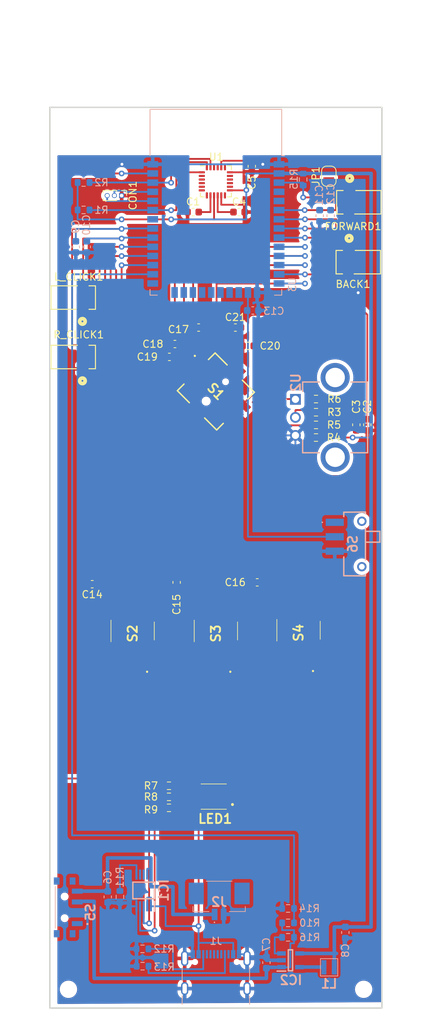
<source format=kicad_pcb>
(kicad_pcb (version 20221018) (generator pcbnew)
  (layers (0 "F.Cu" signal) (31 "B.Cu" signal) (34 "B.Paste" user) (35 "F.Paste" user) (36 "B.SilkS" user "B.Silkscreen") (37 "F.SilkS" user "F.Silkscreen") (38 "B.Mask" user) (39 "F.Mask" user) (44 "Edge.Cuts" user))
  (net 0 "")
  (net 1 "GND")
  (net 2 "Net-(U1-VLOGIC)")
  (net 3 "/VOL-SIG-A")
  (net 4 "/VOL-SIG-B")
  (net 5 "Net-(U1-REGOUT)")
  (net 6 "Net-(U1-CPOUT)")
  (net 7 "+BATT")
  (net 8 "+3V3")
  (net 9 "Net-(R3-Pad2)")
  (net 10 "Net-(R4-Pad2)")
  (net 11 "/STAT1")
  (net 12 "/STAT2")
  (net 13 "Net-(IC1-PROG)")
  (net 14 "Net-(J1-CC1)")
  (net 18 "Net-(J1-CC2)")
  (net 24 "Net-(JP1-A)")
  (net 25 "/STAT_LED")
  (net 26 "Net-(LED1-R_-)")
  (net 27 "/VBUS")
  (net 28 "Net-(LED1-G_-)")
  (net 29 "Net-(LED1-B_-)")
  (net 30 "/SDA")
  (net 31 "/SCL")
  (net 32 "/BAT_LEVEL")
  (net 33 "/SCRL_UP")
  (net 34 "/CLICK_MID")
  (net 35 "/SCRL_LEFT")
  (net 36 "/SCRL_RIGHT")
  (net 37 "/SCRL_DOWN")
  (net 40 "/PLAY{slash}PAUSE")
  (net 41 "/PREVIOUS")
  (net 42 "/NEXT")
  (net 49 "/MUTE")
  (net 52 "/RIGHTCLICK")
  (net 53 "/LEFTCLICK")
  (net 54 "/FORWARD")
  (net 55 "/BACK")
  (net 70 "/VIN")
  (net 73 "Net-(IC2-EN)")
  (net 74 "Net-(IC2-SW)")
  (net 89 "unconnected-(U3-RXD0{slash}IO3-Pad34)")
  (net 90 "unconnected-(U3-TXD0{slash}IO1-Pad35)")
  (footprint "Capacitor_SMD:C_0603_1608Metric" (layer "F.Cu") (at 140.97 82.55 180)
    (fp_text reference "C20")
    (fp_text value "0.1uF")
  )
  (footprint "Resistor_SMD:R_0603_1608Metric" (layer "F.Cu") (at 130 143.5)
    (fp_text reference "R7")
    (fp_text value "1.2k")
  )
  (footprint "Omron:D3SH-_0L1" (layer "F.Cu") (at 116.743265 84.092405 90)
    (fp_text reference "R_CLICK1")
    (fp_text value "D3SH-A0L1")
  )
  (footprint "Sensor_Motion:InvenSense_QFN-24_4x4mm_P0.5mm" (layer "F.Cu") (at 136.5 59.75)
    (fp_text reference "U1")
    (fp_text value "MPU-6050")
  )
  (footprint "Capacitor_SMD:C_0603_1608Metric" (layer "F.Cu") (at 133.35 64.008)
    (fp_text reference "C1")
    (fp_text value "10nF")
  )
  (footprint "Capacitor_SMD:C_0603_1608Metric" (layer "F.Cu") (at 131.064 115.316 -90)
    (fp_text reference "C15")
    (fp_text value "0.1uF")
  )
  (footprint "Capacitor_SMD:C_0603_1608Metric" (layer "F.Cu") (at 142.227 115.316)
    (fp_text reference "C16")
    (fp_text value "0.1uF")
  )
  (footprint "Resistor_SMD:R_0603_1608Metric" (layer "F.Cu") (at 130 145.034)
    (fp_text reference "R8")
    (fp_text value "1.2k")
  )
  (footprint "Capacitor_SMD:C_0603_1608Metric" (layer "F.Cu") (at 157.48 93.485 -90)
    (fp_text reference "C2")
    (fp_text value "0.1uF")
  )
  (footprint "Capacitor_SMD:C_0603_1608Metric" (layer "F.Cu") (at 141.478 57.658 -90)
    (fp_text reference "C5")
    (fp_text value "2.2nF")
  )
  (footprint "Omron:D3SH-_0R1" (layer "F.Cu") (at 156.224999 70.949997 -90)
    (fp_text reference "BACK1")
    (fp_text value "D3SH-A0R1")
  )
  (footprint "Omron:D3SH-_0L1" (layer "F.Cu") (at 156.299999 62.649999 -90)
    (fp_text reference "FORWARD1")
    (fp_text value "D3SH-A0L1")
  )
  (footprint "Omron:D3SH-_0R1" (layer "F.Cu") (at 116.743265 75.85443 90)
    (fp_text reference "L_CLICK1")
    (fp_text value "D3SH-A0R1")
  )
  (footprint "Capacitor_SMD:C_0603_1608Metric" (layer "F.Cu") (at 155.956 93.485 -90)
    (fp_text reference "C3")
    (fp_text value "0.1uF")
  )
  (footprint "Resistor_SMD:R_0603_1608Metric" (layer "F.Cu") (at 150.368 95.25 180)
    (fp_text reference "R4")
    (fp_text value "10k")
  )
  (footprint "Connector_PinHeader_1.00mm:PinHeader_1x03_P1.00mm_Vertical" (layer "F.Cu") (at 123.444 61.722 -90)
    (fp_text reference "CON1")
    (fp_text value "PinHeader_1x03_P1.00mm_Vertical")
  )
  (footprint "Resistor_SMD:R_0603_1608Metric" (layer "F.Cu") (at 150.368 93.500222 180)
    (fp_text reference "R5")
    (fp_text value "10k")
  )
  (footprint "Resistor_SMD:R_0603_1608Metric" (layer "F.Cu") (at 130 146.558)
    (fp_text reference "R9")
    (fp_text value "55")
  )
  (footprint "SamacSys_Parts:150353M153300" (layer "F.Cu") (at 136.67 145 180)
    (fp_text reference "LED1")
    (fp_text value "150353M153300" hide)
  )
  (footprint "Capacitor_SMD:C_0603_1608Metric" (layer "F.Cu") (at 130.061 84.074 180)
    (fp_text reference "C19")
    (fp_text value "0.1uF")
  )
  (footprint "Capacitor_SMD:C_0603_1608Metric" (layer "F.Cu") (at 139.205 80.01)
    (fp_text reference "C21")
    (fp_text value "0.1uF")
  )
  (footprint "Capacitor_SMD:C_0603_1608Metric" (layer "F.Cu") (at 139.713 64.008)
    (fp_text reference "C4")
    (fp_text value "0.1uF")
  )
  (footprint "MountingHole:MountingHole_2.2mm_M2" (layer "F.Cu") (at 116.078 52.07)
    (fp_text reference "H1" hide)
    (fp_text value "MountingHole_2.2mm_M2")
  )
  (footprint "SamacSys_Parts:EVQP0N02B" (layer "F.Cu") (at 124.968 122.05 90)
    (fp_text reference "S2")
    (fp_text value "EVQ-P0N02B" hide)
  )
  (footprint "Capacitor_SMD:C_0603_1608Metric" (layer "F.Cu") (at 130.823 82.296 180)
    (fp_text reference "C18")
    (fp_text value "0.1uF")
  )
  (footprint "SamacSys_Parts:EVQP0N02B" (layer "F.Cu") (at 136.5 122.05 90)
    (fp_text reference "S3")
    (fp_text value "EVQ-P0N02B" hide)
  )
  (footprint "Resistor_SMD:R_0603_1608Metric" (layer "F.Cu") (at 150.368 89.916 180)
    (fp_text reference "R6")
    (fp_text value "10k")
  )
  (footprint "Resistor_SMD:R_0603_1608Metric" (layer "F.Cu") (at 150.368 91.742381 180)
    (fp_text reference "R3")
    (fp_text value "10k")
  )
  (footprint "SamacSys_Parts:JS1400BFQ" (layer "F.Cu") (at 136.5 88.865573 -45)
    (fp_text reference "S1")
    (fp_text value "JS1400BFQ" hide)
  )
  (footprint "Capacitor_SMD:C_0603_1608Metric" (layer "F.Cu") (at 134.112 80.01)
    (fp_text reference "C17")
    (fp_text value "0.1uF")
  )
  (footprint "Jumper:SolderJumper-2_P1.3mm_Open_RoundedPad1.0x1.5mm" (layer "F.Cu") (at 152.146 59.04 90)
    (fp_text reference "JP1")
    (fp_text value "SolderJumper_2_Open")
  )
  (footprint "MountingHole:MountingHole_2.2mm_M2" (layer "F.Cu") (at 156.972 52.07)
    (fp_text reference "H2" hide)
    (fp_text value "MountingHole_2.2mm_M2")
  )
  (footprint "MountingHole:MountingHole_2.2mm_M2" (layer "F.Cu") (at 156.972 171.704)
    (fp_text reference "H3" hide)
    (fp_text value "MountingHole_2.2mm_M2")
  )
  (footprint "Capacitor_SMD:C_0603_1608Metric" (layer "F.Cu") (at 119.367 115.57 180)
    (fp_text reference "C14")
    (fp_text value "0.1uF")
  )
  (footprint "MountingHole:MountingHole_2.2mm_M2" (layer "F.Cu") (at 116.078 171.704)
    (fp_text reference "H4" hide)
    (fp_text value "MountingHole_2.2mm_M2")
  )
  (footprint "SamacSys_Parts:EVQP0N02B" (layer "F.Cu") (at 147.95 121.95 90)
    (fp_text reference "S4")
    (fp_text value "EVQ-P0N02B" hide)
  )
  (footprint "Resistor_SMD:R_0603_1608Metric" (layer "B.Cu") (at 118.171426 63.714276)
    (fp_text reference "R1")
    (fp_text value "10k")
  )
  (footprint "Capacitor_SMD:C_0603_1608Metric" (layer "B.Cu") (at 121.518814 158.899302 90)
    (fp_text reference "C6")
    (fp_text value "10uF")
  )
  (footprint "RF_Module:ESP32-WROOM-32D" (layer "B.Cu") (at 136.5 65.64002 180)
    (fp_text reference "U3")
    (fp_text value "ESP32-WROOM-32" hide)
  )
  (footprint "Capacitor_SMD:C_0603_1608Metric" (layer "B.Cu") (at 118.618 68.834 -90)
    (fp_text reference "C10")
    (fp_text value "0.1uF")
  )
  (footprint "Resistor_SMD:R_0603_1608Metric" (layer "B.Cu") (at 123.208814 158.899302 -90)
    (fp_text reference "R11")
    (fp_text value "1.2k")
  )
  (footprint "Resistor_SMD:R_0603_1608Metric" (layer "B.Cu") (at 126.345223 168.499256)
    (fp_text reference "R13")
    (fp_text value "5.1k")
  )
  (footprint "SamacSys_Parts:PCM12SMTR" (layer "B.Cu") (at 115.55 160.35 90)
    (fp_text reference "S5")
    (fp_text value "PCM12SMTR" hide)
  )
  (footprint "Capacitor_SMD:C_0603_1608Metric" (layer "B.Cu") (at 117.094 68.834 -90)
    (fp_text reference "C9")
    (fp_text value "0.1uF")
  )
  (footprint "SamacSys_Parts:532610271" (layer "B.Cu") (at 136.95 159.025 180)
    (fp_text reference "J2")
    (fp_text value "53261-0271" hide)
  )
  (footprint "Capacitor_SMD:C_0603_1608Metric" (layer "B.Cu") (at 150.876 64.516 -90)
    (fp_text reference "C11")
    (fp_text value "0.1uF")
  )
  (footprint "SamacSys_Parts:SOP50P490X110-10N" (layer "B.Cu") (at 126.5 158 90)
    (fp_text reference "IC1")
    (fp_text value "MCP73833" hide)
  )
  (footprint "Resistor_SMD:R_0603_1608Metric" (layer "B.Cu") (at 146.5 162.5)
    (fp_text reference "R10")
    (fp_text value "1.2k")
  )
  (footprint "Resistor_SMD:R_0603_1608Metric" (layer "B.Cu") (at 148.59 59.5 -90)
    (fp_text reference "R15")
    (fp_text value "10k")
  )
  (footprint "Capacitor_SMD:C_0603_1608Metric" (layer "B.Cu") (at 154.432 163.83 -90)
    (fp_text reference "C8")
    (fp_text value "10uF")
  )
  (footprint "Capacitor_SMD:C_0603_1608Metric" (layer "B.Cu") (at 152.4 64.516 -90)
    (fp_text reference "C12")
    (fp_text value "0.1uF")
  )
  (footprint "SamacSys_Parts:SOT95P280X145-5N" (layer "B.Cu") (at 146.832 167.680029)
    (fp_text reference "IC2")
    (fp_text value "LM3671MF" hide)
  )
  (footprint "Resistor_SMD:R_0603_1608Metric" (layer "B.Cu") (at 146.5 160.5 180)
    (fp_text reference "R14")
    (fp_text value "1.2k")
  )
  (footprint "Resistor_SMD:R_0603_1608Metric" (layer "B.Cu") (at 126.330397 166.099256)
    (fp_text reference "R12")
    (fp_text value "5.1k")
  )
  (footprint "Resistor_SMD:R_0603_1608Metric" (layer "B.Cu") (at 146.5 164.5 180)
    (fp_text reference "R16")
    (fp_text value "100k")
  )
  (footprint "Connector_USB:USB_C_Receptacle_GCT_USB4105-xx-A_16P_TopMnt_Horizontal" (layer "B.Cu") (at 136.5 170.525 180)
    (fp_text reference "J1")
    (fp_text value "USB_C_Receptacle_USB2.0")
  )
  (footprint "SamacSys_Parts:NRH2412T2R2MNGH" (layer "B.Cu") (at 152.183 168.656)
    (fp_text reference "L1")
    (fp_text value "2.2uF" hide)
  )
  (footprint "SamacSys_Parts:EN10HT1212N5HH3" (layer "B.Cu") (at 147.521 89.956 -90)
    (fp_text reference "U2")
    (fp_text value "EN10HT1212N5HH3" hide)
  )
  (footprint "SamacSys_Parts:CSS1211TB" (layer "B.Cu") (at 156.093 109.998 -90)
    (fp_text reference "S6")
    (fp_text value "CSS-1211TB" hide)
  )
  (footprint "Capacitor_SMD:C_0603_1608Metric" (layer "B.Cu") (at 141.609987 77.643045)
    (fp_text reference "C13")
    (fp_text value "0.1uF")
  )
  (footprint "Resistor_SMD:R_0603_1608Metric" (layer "B.Cu") (at 118.171426 59.913479)
    (fp_text reference "R2")
    (fp_text value "10k")
  )
  (footprint "Capacitor_SMD:C_0603_1608Metric" (layer "B.Cu") (at 143.5 168 90)
    (fp_text reference "C7")
    (fp_text value "4.7uF")
  )
  (gr_rect (start 113.5 49.5) (end 159.5 174.3) (stroke (width 0.2)) (fill none) (layer "Edge.Cuts"))
  (segment (start 132.172684 171.592684) (end 132.18 171.6) (width 0.25) (layer "F.Cu") (net 1))
  (segment (start 156.21 64.299998) (end 154.925 64.299998) (width 0.25) (layer "F.Cu") (net 1))
  (segment (start 151.384 116) (end 151.384 127.762) (width 0.25) (layer "F.Cu") (net 1))
  (segment (start 145.95 127.762) (end 145.95 125.35) (width 0.25) (layer "F.Cu") (net 1))
  (segment (start 129.286 84.074) (end 129.286 82.296) (width 0.25) (layer "F.Cu") (net 1))
  (segment (start 145.95 116) (end 151.384 116) (width 0.25) (layer "F.Cu") (net 1))
  (segment (start 154.925 69.299998) (end 156.167998 69.299998) (width 0.25) (layer "F.Cu") (net 1))
  (segment (start 118.592 115.57) (end 118.02656 115.57) (width 0.25) (layer "F.Cu") (net 1))
  (segment (start 140.82 127.762) (end 145.95 127.762) (width 0.25) (layer "F.Cu") (net 1))
  (segment (start 131.064 116.091) (end 131.075111 116.102111) (width 0.25) (layer "F.Cu") (net 1))
  (segment (start 145.95 115.316) (end 145.95 101.854) (width 0.25) (layer "F.Cu") (net 1))
  (segment (start 156.167998 69.299998) (end 156.21 69.342) (width 0.25) (layer "F.Cu") (net 1))
  (segment (start 132.172684 167.427316) (end 132.172684 171.592684) (width 0.25) (layer "F.Cu") (net 1))
  (segment (start 155.956 93.993) (end 157.48 93.993) (width 0.25) (layer "F.Cu") (net 1))
  (segment (start 139.328427 91.694) (end 140.208 92.573573) (width 0.25) (layer "F.Cu") (net 1))
  (segment (start 139.328427 91.694) (end 137.044 89.409573) (width 0.25) (layer "F.Cu") (net 1))
  (segment (start 124.714 61.722) (end 123.444 61.722) (width 0.25) (layer "F.Cu") (net 1))
  (segment (start 132.18 171.6) (end 140.82 171.6) (width 0.25) (layer "F.Cu") (net 1))
  (segment (start 136.250753 65.024) (end 136.250753 61.700753) (width 0.25) (layer "F.Cu") (net 1))
  (segment (start 143.002 58.5) (end 138.45 58.5) (width 0.25) (layer "F.Cu") (net 1))
  (segment (start 129.286 82.296) (end 130.048 82.296) (width 0.25) (layer "F.Cu") (net 1))
  (segment (start 136.144 80.01) (end 136.144 94.956) (width 0.25) (layer "F.Cu") (net 1))
  (segment (start 137.044 82.55) (end 140.195 82.55) (width 0.25) (layer "F.Cu") (net 1))
  (segment (start 129.286 84.074) (end 129.286 94.952886) (width 0.25) (layer "F.Cu") (net 1))
  (segment (start 132.137 154.067) (end 132.18 154.11) (width 0.25) (layer "F.Cu") (net 1))
  (segment (start 156.21 58.674) (end 156.21 64.299998) (width 0.25) (layer "F.Cu") (net 1))
  (segment (start 134.500021 127.734732) (end 134.5 127.734711) (width 0.25) (layer "F.Cu") (net 1))
  (segment (start 140.82 127.762) (end 140.82 171.6) (width 0.25) (layer "F.Cu") (net 1))
  (segment (start 137.25 62.992) (end 143.002 62.992) (width 0.25) (layer "F.Cu") (net 1))
  (segment (start 157.48 100.584) (end 147.574 100.584) (width 0.25) (layer "F.Cu") (net 1))
  (segment (start 143.002 65.024) (end 136.250753 65.024) (width 0.25) (layer "F.Cu") (net 1))
  (segment (start 134.5 127.734711) (end 134.5 118.65) (width 0.25) (layer "F.Cu") (net 1))
  (segment (start 136.140886 94.952886) (end 136.144 94.956) (width 0.25) (layer "F.Cu") (net 1))
  (segment (start 129.175 146.558) (end 129.175 154.067) (width 0.25) (layer "F.Cu") (net 1))
  (segment (start 156.21 69.342) (end 156.21 75.184) (width 0.25) (layer "F.Cu") (net 1))
  (segment (start 118.02656 115.57) (end 118.02656 118.364) (width 0.25) (layer "F.Cu") (net 1))
  (segment (start 134.5 116.107127) (end 134.5 118.65) (width 0.25) (layer "F.Cu") (net 1))
  (segment (start 134.494984 116.102111) (end 134.5 116.107127) (width 0.25) (layer "F.Cu") (net 1))
  (segment (start 134.887 80.01) (end 136.144 80.01) (width 0.25) (layer "F.Cu") (net 1))
  (segment (start 131.075111 116.102111) (end 134.494984 116.102111) (width 0.25) (layer "F.Cu") (net 1))
  (segment (start 143.002 115.316) (end 145.95 115.316) (width 0.25) (layer "F.Cu") (net 1))
  (segment (start 119.38 85.742404) (end 118.043264 85.742404) (width 0.25) (layer "F.Cu") (net 1))
  (segment (start 145.95 118.55) (end 145.95 116) (width 0.25) (layer "F.Cu") (net 1))
  (segment (start 132.575 65.024) (end 136.250753 65.024) (width 0.25) (layer "F.Cu") (net 1))
  (segment (start 147.574 100.584) (end 147.521 100.531) (width 0.25) (layer "F.Cu") (net 1))
  (segment (start 136.144 94.956) (end 140.208 94.956) (width 0.25) (layer "F.Cu") (net 1))
  (segment (start 122.936 127.762) (end 140.82 127.762) (width 0.25) (layer "F.Cu") (net 1))
  (segment (start 152.43 58.674) (end 156.21 58.674) (width 0.25) (layer "F.Cu") (net 1))
  (segment (start 118.043264 85.742404) (end 118.02656 85.759108) (width 0.25) (layer "F.Cu") (net 1))
  (segment (start 119.38 77.504429) (end 119.38 85.742404) (width 0.25) (layer "F.Cu") (net 1))
  (segment (start 145.95 127.762) (end 151.384 127.762) (width 0.25) (layer "F.Cu") (net 1))
  (segment (start 137.044 89.409573) (end 137.044 82.55) (width 0.25) (layer "F.Cu") (net 1))
  (segment (start 140.82 171.6) (end 140.82 167.42) (width 0.25) (layer "F.Cu") (net 1))
  (segment (start 137.25 61.7) (end 137.25 62.992) (width 0.25) (layer "F.Cu") (net 1))
  (segment (start 129.286 94.952886) (end 136.140886 94.952886) (width 0.25) (layer "F.Cu") (net 1))
  (segment (start 122.936 118.364) (end 122.936 127.762) (width 0.25) (layer "F.Cu") (net 1))
  (segment (start 145.95 101.854) (end 145.95 94.956) (width 0.25) (layer "F.Cu") (net 1))
  (segment (start 132.18 167.42) (end 132.172684 167.427316) (width 0.25) (layer "F.Cu") (net 1))
  (segment (start 140.208 94.956) (end 147.521 94.956) (width 0.25) (layer "F.Cu") (net 1))
  (segment (start 118.043264 77.504429) (end 119.38 77.504429) (width 0.25) (layer "F.Cu") (net 1))
  (segment (start 145.95 118.55) (end 145.95 115.316) (width 0.25) (layer "F.Cu") (net 1))
  (segment (start 136.250753 61.700753) (end 136.25 61.7) (width 0.25) (layer "F.Cu") (net 1))
  (segment (start 123.489537 57.384912) (end 124.714 57.384912) (width 0.25) (layer "F.Cu") (net 1))
  (segment (start 143.002 58.5) (end 143.002 65.024) (width 0.25) (layer "F.Cu") (net 1))
  (segment (start 129.175 154.067) (end 132.137 154.067) (width 0.25) (layer "F.Cu") (net 1))
  (segment (start 143.002 57.39002) (end 143.002 58.5) (width 0.25) (layer "F.Cu") (net 1))
  (segment (start 157.48 93.993) (end 157.48 100.584) (width 0.25) (layer "F.Cu") (net 1))
  (segment (start 132.575 58.5) (end 132.575 65.024) (width 0.25) (layer "F.Cu") (net 1))
  (segment (start 152.146 58.39) (end 152.43 58.674) (width 0.25) (layer "F.Cu") (net 1))
  (segment (start 134.509315 58.5) (end 132.575 58.5) (width 0.25) (layer "F.Cu") (net 1))
  (segment (start 132.18 154.11) (end 132.18 167.42) (width 0.25) (layer "F.Cu") (net 1))
  (segment (start 139.98 80.01) (end 139.98 82.335) (width 0.25) (layer "F.Cu") (net 1))
  (segment (start 140.488 64.008) (end 143.002 64.008) (width 0.25) (layer "F.Cu") (net 1))
  (segment (start 118.02656 118.364) (end 122.936 118.364) (width 0.25) (layer "F.Cu") (net 1))
  (segment (start 154.925 69.299998) (end 154.925 64.299998) (width 0.25) (layer "F.Cu") (net 1))
  (segment (start 140.208 92.573573) (end 140.208 94.956) (width 0.25) (layer "F.Cu") (net 1))
  (segment (start 139.98 82.335) (end 140.195 82.55) (width 0.25) (layer "F.Cu") (net 1))
  (segment (start 143.01598 57.404) (end 152.146 57.404) (width 0.25) (layer "F.Cu") (net 1))
  (segment (start 152.146 57.404) (end 152.146 58.39) (width 0.25) (layer "F.Cu") (net 1))
  (segment (start 145.95 94.956) (end 147.521 94.956) (width 0.25) (layer "F.Cu") (net 1))
  (segment (start 147.521 100.531) (end 147.521 94.956) (width 0.25) (layer "F.Cu") (net 1))
  (segment (start 118.02656 85.759108) (end 118.02656 115.57) (width 0.25) (layer "F.Cu") (net 1))
  (segment (start 124.714 57.384912) (end 124.714 61.722) (width 0.25) (layer "F.Cu") (net 1))
  (via (at 156.21 75.184) (size 0.8) (drill 0.4) (layers "F.Cu" "B.Cu") (net 1))
  (via (at 123.489537 57.384912) (size 0.8) (drill 0.4) (layers "F.Cu" "B.Cu") (net 1))
  (via (at 143.002 57.39002) (size 0.8) (drill 0.4) (layers "F.Cu" "B.Cu") (net 1))
  (segment (start 137.575 161.325) (end 137.61 161.29) (width 0.5) (layer "B.Cu") (net 1))
  (segment (start 145.675 160.5) (end 143.5 160.5) (width 0.25) (layer "B.Cu") (net 1))
  (segment (start 123.207178 159.258) (end 125.5 159.258) (width 0.25) (layer "B.Cu") (net 1))
  (segment (start 121.518814 159.674302) (end 121.518814 159.258439) (width 0.25) (layer "B.Cu") (net 1))
  (segment (start 152.968 110.998) (end 155.194 110.998) (width 0.25) (layer "B.Cu") (net 1))
  (segment (start 148.667265 75.184) (end 156.21 75.184) (width 0.25) (layer "B.Cu") (net 1))
  (segment (start 142.242328 77.643045) (end 142.24 77.640717) (width 0.25) (layer "B.Cu") (net 1))
  (segment (start 125.520223 166.114082) (end 125.505397 166.099256) (width 0.25) (layer "B.Cu") (net 1))
  (segment (start 155.194 105.41) (end 147.521 105.41) (width 0.25) (layer "B.Cu") (net 1))
  (segment (start 123.489537 57.384912) (end 123.470449 57.404) (width 0.25) (layer "B.Cu") (net 1))
  (segment (start 123.494645 57.39002) (end 127.75 57.39002) (width 0.25) (layer "B.Cu") (net 1))
  (segment (start 142.24 75.18002) (end 142.21 75.15002) (width 0.25) (layer "B.Cu") (net 1))
  (segment (start 125.5 166.104653) (end 125.505397 166.099256) (width 0.25) (layer "B.Cu") (net 1))
  (segment (start 155.194 110.998) (end 155.194 105.41) (width 0.25) (layer "B.Cu") (net 1))
  (segment (start 141.015 167.225) (end 140.82 167.42) (width 0.5) (layer "B.Cu") (net 1))
  (segment (start 125.5 160.2) (end 125.5 166.104653) (width 0.25) (layer "B.Cu") (net 1))
  (segment (start 147.521 105.41) (end 147.521 94.956) (width 0.25) (layer "B.Cu") (net 1))
  (segment (start 133.3 165.1) (end 133.3 166.845) (width 0.25) (layer "B.Cu") (net 1))
  (segment (start 115.062 69.596) (end 118.618 69.596) (width 0.25) (layer "B.Cu") (net 1))
  (segment (start 121.518814 159.258439) (end 121.519253 159.258) (width 0.25) (layer "B.Cu") (net 1))
  (segment (start 128.314876 57.39002) (end 143.002 57.39002) (width 0.25) (layer "B.Cu") (net 1))
  (segment (start 143.51 167.680029) (end 145.582 167.680029) (width 0.5) (layer "B.Cu") (net 1))
  (segment (start 137.61 161.29) (end 139.7 161.29) (width 0.5) (layer "B.Cu") (net 1))
  (segment (start 143.5 167.225) (end 141.015 167.225) (width 0.5) (layer "B.Cu") (net 1))
  (segment (start 123.470449 57.404) (end 115.062 57.404) (width 0.25) (layer "B.Cu") (net 1))
  (segment (start 142.24 77.640717) (end 142.24 75.18002) (width 0.25) (layer "B.Cu") (net 1))
  (segment (start 125.505397 166.099256) (end 125.505397 165.1) (width 0.25) (layer "B.Cu") (net 1))
  (segment (start 142.24 94.956) (end 142.24 77.640717) (width 0.25) (layer "B.Cu") (net 1))
  (segment (start 125.5 159.258) (end 125.5 160.2) (width 0.25) (layer "B.Cu") (net 1))
  (segment (start 145.25 57.39002) (end 143.002 57.39002) (width 0.25) (layer "B.Cu") (net 1))
  (segment (start 121.519253 159.258) (end 123.207178 159.258) (width 0.25) (layer "B.Cu") (net 1))
  (segment (start 125.505397 165.1) (end 133.3 165.1) (width 0.25) (layer "B.Cu") (net 1))
  (segment (start 125.520223 168.499256) (end 125.520223 166.114082) (width 0.25) (layer "B.Cu") (net 1))
  (segment (start 142.21 75.15002) (end 148.633285 75.15002) (width 0.25) (layer "B.Cu") (net 1))
  (segment (start 143.5 167.670029) (end 143.51 167.680029) (width 0.5) (layer "B.Cu") (net 1))
  (segment (start 148.633285 75.15002) (end 148.667265 75.184) (width 0.25) (layer "B.Cu") (net 1))
  (segment (start 143.5 160.5) (end 143.5 167.225) (width 0.25) (layer "B.Cu") (net 1))
  (segment (start 154.178 164.859) (end 154.178 171.6) (width 0.25) (layer "B.Cu") (net 1))
  (segment (start 142.384987 77.643045) (end 142.242328 77.643045) (width 0.25) (layer "B.Cu") (net 1))
  (segment (start 123.208814 159.259636) (end 123.207178 159.258) (width 0.25) (layer "B.Cu") (net 1))
  (segment (start 133.3 166.845) (end 132.18 166.845) (width 0.25) (layer "B.Cu") (net 1))
  (segment (start 140.245 166.845) (end 140.82 167.42) (width 0.25) (layer "B.Cu") (net 1))
  (segment (start 132.18 166.845) (end 132.18 167.42) (width 0.25) (layer "B.Cu") (net 1))
  (segment (start 139.7 166.845) (end 140.245 166.845) (width 0.25) (layer "B.Cu") (net 1))
  (segment (start 118.618 69.596) (end 118.618 69.609) (width 0.25) (layer "B.Cu") (net 1))
  (segment (start 154.432 164.605) (end 154.178 164.859) (width 0.25) (layer "B.Cu") (net 1))
  (segment (start 139.7 161.29) (end 139.7 166.845) (width 0.5) (layer "B.Cu") (net 1))
  (segment (start 154.178 171.6) (end 140.82 171.6) (width 0.25) (layer "B.Cu") (net 1))
  (segment (start 115.062 57.404) (end 115.062 69.596) (width 0.25) (layer "B.Cu") (net 1))
  (segment (start 143.5 167.225) (end 143.5 167.670029) (width 0.5) (layer "B.Cu") (net 1))
  (segment (start 123.208814 159.724302) (end 123.208814 159.259636) (width 0.25) (layer "B.Cu") (net 1))
  (segment (start 147.521 94.956) (end 142.24 94.956) (width 0.25) (layer "B.Cu") (net 1))
  (segment (start 123.489537 57.384912) (end 123.494645 57.39002) (width 0.25) (layer "B.Cu") (net 1))
  (segment (start 135.75 64.008) (end 135.75 61.7) (width 0.25) (layer "F.Cu") (net 2))
  (segment (start 134.125 64.008) (end 135.75 64.008) (width 0.25) (layer "F.Cu") (net 2))
  (segment (start 152.227255 72.979255) (end 152.227255 66.293976) (width 0.25) (layer "F.Cu") (net 3))
  (segment (start 155.478183 93.485) (end 157.48 93.485) (width 0.25) (layer "F.Cu") (net 3))
  (segment (start 157.48 78.232) (end 152.227255 72.979255) (width 0.25) (layer "F.Cu") (net 3))
  (segment (start 151.194364 93.498858) (end 155.464325 93.498858) (width 0.25) (layer "F.Cu") (net 3))
  (segment (start 157.48 93.485) (end 157.48 78.232) (width 0.25) (layer "F.Cu") (net 3))
  (segment (start 151.193 93.500222) (end 151.194364 93.498858) (width 0.25) (layer "F.Cu") (net 3))
  (segment (start 152.227255 66.293976) (end 148.844 66.293976) (width 0.25) (layer "F.Cu") (net 3))
  (segment (start 155.464325 93.498858) (end 155.478183 93.485) (width 0.25) (layer "F.Cu") (net 3))
  (via (at 148.844 66.293976) (size 0.8) (drill 0.4) (layers "F.Cu" "B.Cu") (net 3))
  (segment (start 148.830044 66.28002) (end 145.25 66.28002) (width 0.25) (layer "B.Cu") (net 3))
  (segment (start 148.844024 66.294) (end 148.830044 66.28002) (width 0.25) (layer "B.Cu") (net 3))
  (segment (start 151.270676 78.994) (end 151.270676 67.563976) (width 0.25) (layer "F.Cu") (net 4))
  (segment (start 155.956 90.246603) (end 155.956 78.994) (width 0.25) (layer "F.Cu") (net 4))
  (segment (start 155.956 92.443) (end 155.956 90.246603) (width 0.25) (layer "F.Cu") (net 4))
  (segment (start 155.956 89.916) (end 151.193 89.916) (width 0.25) (layer "F.Cu") (net 4))
  (segment (start 151.270676 67.563976) (end 148.844 67.563976) (width 0.25) (layer "F.Cu") (net 4))
  (segment (start 155.956 78.994) (end 151.270676 78.994) (width 0.25) (layer "F.Cu") (net 4))
  (via (at 148.844 67.563976) (size 0.8) (drill 0.4) (layers "F.Cu" "B.Cu") (net 4))
  (segment (start 145.814876 67.55002) (end 145.25 67.55002) (width 0.25) (layer "B.Cu") (net 4))
  (segment (start 145.263956 67.563976) (end 148.844 67.563976) (width 0.25) (layer "B.Cu") (net 4))
  (segment (start 145.25 67.55002) (end 145.263956 67.563976) (width 0.25) (layer "B.Cu") (net 4))
  (segment (start 136.75 61.7) (end 136.75 64.008) (width 0.25) (layer "F.Cu") (net 5))
  (segment (start 136.75 64.008) (end 138.925 64.008) (width 0.25) (layer "F.Cu") (net 5))
  (segment (start 137.25 56.896) (end 137.25 57.8) (width 0.25) (layer "F.Cu") (net 6))
  (segment (start 141.478 56.883) (end 141.465 56.896) (width 0.25) (layer "F.Cu") (net 6))
  (segment (start 141.465 56.896) (end 137.25 56.896) (width 0.25) (layer "F.Cu") (net 6))
  (segment (start 117.3 158.1) (end 121.494512 158.1) (width 0.5) (layer "B.Cu") (net 7))
  (segment (start 130.556 161.325) (end 130.556 157.48) (width 0.5) (layer "B.Cu") (net 7))
  (segment (start 127.5 153.5) (end 127.5 155) (width 0.5) (layer "B.Cu") (net 7))
  (segment (start 121.494512 158.1) (end 121.5 158.094512) (width 0.5) (layer "B.Cu") (net 7))
  (segment (start 121.5 158.094512) (end 121.5 153.5) (width 0.5) (layer "B.Cu") (net 7))
  (segment (start 127.5 157.48) (end 127.5 155) (width 0.5) (layer "B.Cu") (net 7))
  (segment (start 127 155.8) (end 127 155) (width 0.25) (layer "B.Cu") (net 7))
  (segment (start 130.556 157.48) (end 127.5 157.48) (width 0.5) (layer "B.Cu") (net 7))
  (segment (start 127 155) (end 127.5 155) (width 0.25) (layer "B.Cu") (net 7))
  (segment (start 121.5 153.5) (end 127.5 153.5) (width 0.5) (layer "B.Cu") (net 7))
  (segment (start 136.325 161.325) (end 130.556 161.325) (width 0.5) (layer "B.Cu") (net 7))
  (segment (start 150.368 91.742381) (end 151.193 91.742381) (width 0.25) (layer "F.Cu") (net 8))
  (segment (start 140.674948 61) (end 140.716 60.958948) (width 0.25) (layer "F.Cu") (net 8))
  (segment (start 138.9 61) (end 140.674948 61) (width 0.25) (layer "F.Cu") (net 8))
  (segment (start 123.443996 65.024) (end 130.302 65.024) (width 0.25) (layer "F.Cu") (net 8))
  (segment (start 155.448 95.25) (end 150.368 95.25) (width 0.25) (layer "F.Cu") (net 8))
  (segment (start 150.368 95.25) (end 150.368 91.742381) (width 0.25) (layer "F.Cu") (net 8))
  (via (at 123.44398 65.024) (size 0.8) (drill 0.4) (layers "F.Cu" "B.Cu") (net 8))
  (via (at 140.716 60.958948) (size 0.8) (drill 0.4) (layers "F.Cu" "B.Cu") (net 8))
  (via (at 130.302 65.024) (size 0.8) (drill 0.4) (layers "F.Cu" "B.Cu") (net 8))
  (via (at 155.448 95.25) (size 0.8) (drill 0.4) (layers "F.Cu" "B.Cu") (net 8))
  (segment (start 145.25 58.66002) (end 140.716 58.66002) (width 0.25) (layer "B.Cu") (net 8))
  (segment (start 140.716 58.66002) (end 140.716 60.958948) (width 0.25) (layer "B.Cu") (net 8))
  (segment (start 158.00198 58.66002) (end 145.25 58.66002) (width 0.5) (layer "B.Cu") (net 8))
  (segment (start 152.908 168.656) (end 152.908 163.068) (width 0.5) (layer "B.Cu") (net 8))
  (segment (start 148.082 166.730029) (end 148.5 166.730029) (width 0.25) (layer "B.Cu") (net 8))
  (segment (start 148.084336 166.732365) (end 153.212693 166.732365) (width 0.5) (layer "B.Cu") (net 8))
  (segment (start 152.908 163.068) (end 158 163.068) (width 0.5) (layer "B.Cu") (net 8))
  (segment (start 158 95.25) (end 157.995093 95.254907) (width 0.25) (layer "B.Cu") (net 8))
  (segment (start 140.716 60.958948) (end 140.716 65.023988) (width 0.25) (layer "B.Cu") (net 8))
  (segment (start 140.716 65.023988) (end 140.715988 65.024) (width 0.25) (layer "B.Cu") (net 8))
  (segment (start 123.443996 65.024) (end 117.347988 65.024) (width 0.25) (layer "B.Cu") (net 8))
  (segment (start 158 163.068) (end 158 95.25) (width 0.5) (layer "B.Cu") (net 8))
  (segment (start 158 58.662) (end 158.00198 58.66002) (width 0.5) (layer "B.Cu") (net 8))
  (segment (start 155.452907 95.254907) (end 155.448 95.25) (width 0.25) (layer "B.Cu") (net 8))
  (segment (start 117.348 65.024012) (end 117.346426 65.022438) (width 0.25) (layer "B.Cu") (net 8))
  (segment (start 157.995093 95.254907) (end 155.452907 95.254907) (width 0.25) (layer "B.Cu") (net 8))
  (segment (start 117.346426 65.022438) (end 117.346426 59.913479) (width 0.25) (layer "B.Cu") (net 8))
  (segment (start 148.082 166.730029) (end 148.084336 166.732365) (width 0.5) (layer "B.Cu") (net 8))
  (segment (start 158 95.25) (end 158 58.662) (width 0.5) (layer "B.Cu") (net 8))
  (segment (start 140.715988 65.024) (end 130.302 65.024) (width 0.25) (layer "B.Cu") (net 8))
  (segment (start 149.543 91.742381) (end 149.543 91.124738) (width 0.25) (layer "F.Cu") (net 9))
  (segment (start 149.543 89.916) (end 149.543 91.124738) (width 0.25) (layer "F.Cu") (net 9))
  (segment (start 149.543 91.742381) (end 149.240619 91.44) (width 0.25) (layer "F.Cu") (net 9))
  (segment (start 149.240619 91.44) (end 147.574 91.44) (width 0.25) (layer "F.Cu") (net 9))
  (segment (start 147.521 91.493) (end 147.521 92.456) (width 0.25) (layer "F.Cu") (net 9))
  (segment (start 147.574 91.44) (end 147.521 91.493) (width 0.25) (layer "F.Cu") (net 9))
  (segment (start 149.481648 93.561574) (end 146.05 93.561574) (width 0.25) (layer "F.Cu") (net 10))
  (segment (start 146.05 93.561574) (end 146.05 89.916) (width 0.25) (layer "F.Cu") (net 10))
  (segment (start 146.05 89.916) (end 147.481 89.916) (width 0.25) (layer "F.Cu") (net 10))
  (segment (start 147.481 89.916) (end 147.521 89.956) (width 0.25) (layer "F.Cu") (net 10))
  (segment (start 149.543 95.25) (end 149.543 93.500222) (width 0.25) (layer "F.Cu") (net 10))
  (segment (start 149.543 93.500222) (end 149.481648 93.561574) (width 0.25) (layer "F.Cu") (net 10))
  (segment (start 129.175 143.5) (end 127.254 143.5) (width 0.25) (layer "F.Cu") (net 11))
  (segment (start 127.254 143.5) (end 127.254 162.56) (width 0.25) (layer "F.Cu") (net 11))
  (via (at 127.254002 162.56) (size 0.8) (drill 0.4) (layers "F.Cu" "B.Cu") (net 11))
  (segment (start 126.5 162.56) (end 127.254 162.56) (width 0.25) (layer "B.Cu") (net 11))
  (segment (start 126.5 160.2) (end 126.5 162.56) (width 0.25) (layer "B.Cu") (net 11))
  (segment (start 128.016 145.034) (end 128.016 163.576) (width 0.25) (layer "F.Cu") (net 12))
  (segment (start 129.175 145.034) (end 128.016 145.034) (width 0.25) (layer "F.Cu") (net 12))
  (via (at 128.016 163.575998) (size 0.8) (drill 0.4) (layers "F.Cu" "B.Cu") (net 12))
  (segment (start 126 160.2) (end 126 163.575998) (width 0.25) (layer "B.Cu") (net 12))
  (segment (start 126 163.575998) (end 128.016 163.575998) (width 0.25) (layer "B.Cu") (net 12))
  (segment (start 125.5 154.509824) (end 125.5 155.8) (width 0.25) (layer "B.Cu") (net 13))
  (segment (start 123.208814 154.507214) (end 123.216028 154.5) (width 0.25) (layer "B.Cu") (net 13))
  (segment (start 125.490176 154.5) (end 125.5 154.509824) (width 0.25) (layer "B.Cu") (net 13))
  (segment (start 123.216028 154.5) (end 125.490176 154.5) (width 0.25) (layer "B.Cu") (net 13))
  (segment (start 123.208814 158.074302) (end 123.208814 154.507214) (width 0.25) (layer "B.Cu") (net 13))
  (segment (start 127.170223 169.45113) (end 137.75 169.45113) (width 0.25) (layer "B.Cu") (net 14))
  (segment (start 127.170223 168.499256) (end 127.170223 169.45113) (width 0.25) (layer "B.Cu") (net 14))
  (segment (start 137.75 169.45113) (end 137.75 166.845) (width 0.25) (layer "B.Cu") (net 14))
  (segment (start 127.155397 166.099256) (end 130.556 166.099256) (width 0.25) (layer "B.Cu") (net 18))
  (segment (start 130.556 166.099256) (end 130.556 168.91) (width 0.25) (layer "B.Cu") (net 18))
  (segment (start 130.556 168.91) (end 134.75 168.91) (width 0.25) (layer "B.Cu") (net 18))
  (segment (start 134.75 168.91) (end 134.75 166.845) (width 0.25) (layer "B.Cu") (net 18))
  (segment (start 152.146 61.976) (end 152.146 59.69) (width 0.25) (layer "F.Cu") (net 24))
  (segment (start 148.59 61.976) (end 152.146 61.976) (width 0.25) (layer "F.Cu") (net 24))
  (via (at 148.59 61.976) (size 0.8) (drill 0.4) (layers "F.Cu" "B.Cu") (net 24))
  (segment (start 148.59 61.976) (end 148.59 59.93002) (width 0.25) (layer "B.Cu") (net 24))
  (segment (start 148.59 59.93002) (end 145.25 59.93002) (width 0.25) (layer "B.Cu") (net 24))
  (segment (start 138.938 142.494) (end 115.062 142.494) (width 0.25) (layer "F.Cu") (net 25))
  (segment (start 137.7 146.075) (end 138.938 146.075) (width 0.25) (layer "F.Cu") (net 25))
  (segment (start 138.938 146.075) (end 138.938 142.494) (width 0.25) (layer "F.Cu") (net 25))
  (segment (start 115.062 58.66002) (end 123.443992 58.66002) (width 0.25) (layer "F.Cu") (net 25))
  (segment (start 115.062 142.494) (end 115.062 58.66002) (width 0.25) (layer "F.Cu") (net 25))
  (via (at 123.443992 58.66002) (size 0.8) (drill 0.4) (layers "F.Cu" "B.Cu") (net 25))
  (segment (start 127.75 58.66002) (end 123.443992 58.66002) (width 0.25) (layer "B.Cu") (net 25))
  (segment (start 132.26 146.558) (end 132.26 146.085) (width 0.25) (layer "F.Cu") (net 26))
  (segment (start 132.26 146.085) (end 132.27 146.075) (width 0.25) (layer "F.Cu") (net 26))
  (segment (start 132.27 146.075) (end 134.7 146.075) (width 0.25) (layer "F.Cu") (net 26))
  (segment (start 130.825 146.558) (end 132.26 146.558) (width 0.25) (layer "F.Cu") (net 26))
  (segment (start 136.5 147.066) (end 134.112 147.066) (width 0.25) (layer "F.Cu") (net 27))
  (segment (start 134.112 147.066) (end 134.112 162.924592) (width 0.25) (layer "F.Cu") (net 27))
  (segment (start 137.7 145) (end 136.5 145) (width 0.25) (layer "F.Cu") (net 27))
  (segment (start 136.5 143.925) (end 136.5 145) (width 0.25) (layer "F.Cu") (net 27))
  (segment (start 136.5 145) (end 136.5 147.066) (width 0.25) (layer "F.Cu") (net 27))
  (segment (start 137.7 143.925) (end 136.5 143.925) (width 0.25) (layer "F.Cu") (net 27))
  (segment (start 134.112 162.924592) (end 134.091481 162.945111) (width 0.25) (layer "F.Cu") (net 27))
  (via (at 134.091481 162.945111) (size 0.8) (drill 0.4) (layers "F.Cu" "B.Cu") (net 27))
  (segment (start 134.1 166.845) (end 134.1 165.261104) (width 0.25) (layer "B.Cu") (net 27))
  (segment (start 134.1 166.845) (end 134.1 162.95363) (width 0.25) (layer "B.Cu") (net 27))
  (segment (start 127.5 159) (end 127.5 160.2) (width 0.25) (layer "B.Cu") (net 27))
  (segment (start 138.9 165.261104) (end 138.9 166.845) (width 0.25) (layer "B.Cu") (net 27))
  (segment (start 134.091481 162.945111) (end 129.560607 162.945111) (width 0.25) (layer "B.Cu") (net 27))
  (segment (start 129.54 162.924504) (end 129.54 160.2) (width 0.25) (layer "B.Cu") (net 27))
  (segment (start 129.560607 162.945111) (end 129.54 162.924504) (width 0.25) (layer "B.Cu") (net 27))
  (segment (start 127 160.2) (end 127 159) (width 0.25) (layer "B.Cu") (net 27))
  (segment (start 134.1 162.95363) (end 134.091481 162.945111) (width 0.25) (layer "B.Cu") (net 27))
  (segment (start 127 159) (end 127.5 159) (width 0.25) (layer "B.Cu") (net 27))
  (segment (start 134.1 165.261104) (end 138.9 165.261104) (width 0.25) (layer "B.Cu") (net 27))
  (segment (start 129.54 160.2) (end 127.5 160.2) (width 0.25) (layer "B.Cu") (net 27))
  (segment (start 134.7 145) (end 130.859 145) (width 0.25) (layer "F.Cu") (net 28))
  (segment (start 130.859 145) (end 130.825 145.034) (width 0.25) (layer "F.Cu") (net 28))
  (segment (start 132.334 143.5) (end 132.334 143.925) (width 0.25) (layer "F.Cu") (net 29))
  (segment (start 132.334 143.925) (end 134.7 143.925) (width 0.25) (layer "F.Cu") (net 29))
  (segment (start 130.825 143.5) (end 132.334 143.5) (width 0.25) (layer "F.Cu") (net 29))
  (segment (start 131.022347 63.754) (end 131.022347 57.092) (width 0.25) (layer "F.Cu") (net 30))
  (segment (start 135.25 57.092) (end 135.25 57.8) (width 0.25) (layer "F.Cu") (net 30))
  (segment (start 131.022347 57.092) (end 135.25 57.092) (width 0.25) (layer "F.Cu") (net 30))
  (segment (start 130.302 63.754) (end 131.022347 63.754) (width 0.25) (layer "F.Cu") (net 30))
  (via (at 130.302 63.754) (size 0.8) (drill 0.4) (layers "F.Cu" "B.Cu") (net 30))
  (segment (start 130.28802 63.74002) (end 130.302 63.754) (width 0.25) (layer "B.Cu") (net 30))
  (segment (start 118.996426 63.714276) (end 119.02217 63.74002) (width 0.25) (layer "B.Cu") (net 30))
  (segment (start 119.02217 63.74002) (end 130.28802 63.74002) (width 0.25) (layer "B.Cu") (net 30))
  (segment (start 130.297347 56.642) (end 130.297347 59.939347) (width 0.25) (layer "F.Cu") (net 31))
  (segment (start 135.75 57.8) (end 135.75 56.642) (width 0.25) (layer "F.Cu") (net 31))
  (segment (start 135.75 56.642) (end 130.297347 56.642) (width 0.25) (layer "F.Cu") (net 31))
  (via (at 130.297347 59.939347) (size 0.8) (drill 0.4) (layers "F.Cu" "B.Cu") (net 31))
  (segment (start 127.733459 59.913479) (end 127.75 59.93002) (width 0.25) (layer "B.Cu") (net 31))
  (segment (start 127.75 59.93002) (end 130.28802 59.93002) (width 0.25) (layer "B.Cu") (net 31))
  (segment (start 118.996426 59.913479) (end 127.733459 59.913479) (width 0.25) (layer "B.Cu") (net 31))
  (segment (start 130.28802 59.93002) (end 130.297347 59.939347) (width 0.25) (layer "B.Cu") (net 31))
  (segment (start 116.586 72.63002) (end 128.314876 72.63002) (width 0.25) (layer "B.Cu") (net 32))
  (segment (start 147.325 162.5) (end 147.325 160.5) (width 0.25) (layer "B.Cu") (net 32))
  (segment (start 116.586 150.368) (end 116.586 72.63002) (width 0.25) (layer "B.Cu") (net 32))
  (segment (start 147.325 150.368) (end 116.586 150.368) (width 0.25) (layer "B.Cu") (net 32))
  (segment (start 147.325 160.5) (end 147.325 150.368) (width 0.25) (layer "B.Cu") (net 32))
  (segment (start 133.35 71.360016) (end 148.84401 71.360016) (width 0.25) (layer "F.Cu") (net 33))
  (segment (start 133.35 80.01) (end 133.35 71.360016) (width 0.25) (layer "F.Cu") (net 33))
  (segment (start 133.35 83.700319) (end 133.35 80.01) (width 0.25) (layer "F.Cu") (net 33))
  (segment (start 134.6792 85.029519) (end 133.35 83.700319) (width 0.25) (layer "F.Cu") (net 33))
  (segment (start 133.337 80.01) (end 133.35 80.01) (width 0.25) (layer "F.Cu") (net 33))
  (via (at 148.844 71.359992) (size 0.8) (drill 0.4) (layers "F.Cu" "B.Cu") (net 33))
  (segment (start 145.25 71.36002) (end 148.844006 71.36002) (width 0.25) (layer "B.Cu") (net 33))
  (segment (start 148.844006 71.36002) (end 148.84401 71.360016) (width 0.25) (layer "B.Cu") (net 33))
  (segment (start 132.08 84.445573) (end 132.08 82.296) (width 0.25) (layer "F.Cu") (net 34))
  (segment (start 132.08 82.296) (end 132.08 70.09002) (width 0.25) (layer "F.Cu") (net 34))
  (segment (start 133.671573 86.037146) (end 132.08 84.445573) (width 0.25) (layer "F.Cu") (net 34))
  (segment (start 132.08 70.09002) (end 148.83002 70.09002) (width 0.25) (layer "F.Cu") (net 34))
  (segment (start 131.598 82.296) (end 132.08 82.296) (width 0.25) (layer "F.Cu") (net 34))
  (via (at 148.844 70.089996) (size 0.8) (drill 0.4) (layers "F.Cu" "B.Cu") (net 34))
  (segment (start 148.83002 70.09002) (end 145.25 70.09002) (width 0.25) (layer "B.Cu") (net 34))
  (segment (start 130.81 68.834) (end 148.844 68.834) (width 0.25) (layer "F.Cu") (net 35))
  (segment (start 132.663946 87.044773) (end 130.81 85.190827) (width 0.25) (layer "F.Cu") (net 35))
  (segment (start 130.81 85.190827) (end 130.81 84.074) (width 0.25) (layer "F.Cu") (net 35))
  (segment (start 130.81 84.074) (end 130.81 68.834) (width 0.25) (layer "F.Cu") (net 35))
  (segment (start 130.836 84.074) (end 130.81 84.074) (width 0.25) (layer "F.Cu") (net 35))
  (via (at 148.844 68.833976) (size 0.8) (drill 0.4) (layers "F.Cu" "B.Cu") (net 35))
  (segment (start 145.26398 68.834) (end 148.844 68.834) (width 0.25) (layer "B.Cu") (net 35))
  (segment (start 145.814876 68.82002) (end 145.25 68.82002) (width 0.25) (layer "B.Cu") (net 35))
  (segment (start 145.25 68.82002) (end 145.26398 68.834) (width 0.25) (layer "B.Cu") (net 35))
  (segment (start 140.336054 90.686373) (end 140.336054 90.549946) (width 0.25) (layer "F.Cu") (net 36))
  (segment (start 141.732 82.563) (end 141.745 82.55) (width 0.25) (layer "F.Cu") (net 36))
  (segment (start 141.732 82.537) (end 141.732 78.994) (width 0.25) (layer "F.Cu") (net 36))
  (segment (start 141.745 82.55) (end 141.732 82.537) (width 0.25) (layer "F.Cu") (net 36))
  (segment (start 150.373434 72.644) (end 148.844 72.644) (width 0.25) (layer "F.Cu") (net 36))
  (segment (start 139.945627 90.686373) (end 140.336054 90.686373) (width 0.25) (layer "F.Cu") (net 36))
  (segment (start 141.732 89.154) (end 141.732 82.563) (width 0.25) (layer "F.Cu") (net 36))
  (segment (start 150.373434 78.994) (end 150.373434 72.644) (width 0.25) (layer "F.Cu") (net 36))
  (segment (start 141.732 78.994) (end 150.373434 78.994) (width 0.25) (layer "F.Cu") (net 36))
  (segment (start 140.336054 90.549946) (end 141.732 89.154) (width 0.25) (layer "F.Cu") (net 36))
  (via (at 148.844 72.643976) (size 0.8) (drill 0.4) (layers "F.Cu" "B.Cu") (net 36))
  (segment (start 148.83002 72.63002) (end 148.844 72.644) (width 0.25) (layer "B.Cu") (net 36))
  (segment (start 145.25 72.63002) (end 148.83002 72.63002) (width 0.25) (layer "B.Cu") (net 36))
  (segment (start 136.594 73.972) (end 136.652 73.914) (width 0.25) (layer "F.Cu") (net 37))
  (segment (start 136.594 90.974827) (end 136.594 73.972) (width 0.25) (layer "F.Cu") (net 37))
  (segment (start 136.652024 73.914024) (end 148.844 73.914024) (width 0.25) (layer "F.Cu") (net 37))
  (segment (start 136.652 73.914) (end 136.652024 73.914024) (width 0.25) (layer "F.Cu") (net 37))
  (segment (start 138.3208 92.701627) (end 136.594 90.974827) (width 0.25) (layer "F.Cu") (net 37))
  (segment (start 138.43 80.01) (end 136.594 80.01) (width 0.25) (layer "F.Cu") (net 37))
  (via (at 148.844 73.914) (size 0.8) (drill 0.4) (layers "F.Cu" "B.Cu") (net 37))
  (segment (start 148.829996 73.90002) (end 148.844 73.914024) (width 0.25) (layer "B.Cu") (net 37))
  (segment (start 145.25 73.90002) (end 148.829996 73.90002) (width 0.25) (layer "B.Cu") (net 37))
  (segment (start 121.92 70.104) (end 121.92 114.554) (width 0.25) (layer "F.Cu") (net 40))
  (segment (start 121.92 114.554) (end 138.5 114.554) (width 0.25) (layer "F.Cu") (net 40))
  (segment (start 123.444 70.104) (end 121.92 70.104) (width 0.25) (layer "F.Cu") (net 40))
  (segment (start 138.5 114.554) (end 138.5 125.45) (width 0.25) (layer "F.Cu") (net 40))
  (via (at 123.443992 70.104) (size 0.8) (drill 0.4) (layers "F.Cu" "B.Cu") (net 40))
  (segment (start 123.45798 70.09002) (end 123.444 70.104) (width 0.25) (layer "B.Cu") (net 40))
  (segment (start 127.75 70.09002) (end 123.45798 70.09002) (width 0.25) (layer "B.Cu") (net 40))
  (segment (start 120.142 115.57) (end 120.396 115.57) (width 0.25) (layer "F.Cu") (net 41))
  (segment (start 120.396 115.57) (end 120.396 116.332) (width 0.25) (layer "F.Cu") (net 41))
  (segment (start 120.396 116.332) (end 126.968 116.332) (width 0.25) (layer "F.Cu") (net 41))
  (segment (start 123.443992 68.82002) (end 120.396 68.82002) (width 0.25) (layer "F.Cu") (net 41))
  (segment (start 126.968 116.332) (end 126.968 125.45) (width 0.25) (layer "F.Cu") (net 41))
  (segment (start 120.396 68.82002) (end 120.396 115.57) (width 0.25) (layer "F.Cu") (net 41))
  (via (at 123.443992 68.82002) (size 0.8) (drill 0.4) (layers "F.Cu" "B.Cu") (net 41))
  (segment (start 127.75 68.82002) (end 123.443992 68.82002) (width 0.25) (layer "B.Cu") (net 41))
  (segment (start 149.95 125.35) (end 149.95 121.92) (width 0.25) (layer "F.Cu") (net 42))
  (segment (start 123.44398 112.522) (end 123.44398 71.37402) (width 0.25) (layer "F.Cu") (net 42))
  (segment (start 141.452 115.316) (end 141.478 115.316) (width 0.25) (layer "F.Cu") (net 42))
  (segment (start 149.95 125.35) (end 149.95 118.55) (width 0.25) (layer "F.Cu") (net 42))
  (segment (start 141.478 121.92) (end 141.478 115.316) (width 0.25) (layer "F.Cu") (net 42))
  (segment (start 141.478 115.316) (end 141.478 112.522) (width 0.25) (layer "F.Cu") (net 42))
  (segment (start 123.44398 71.37402) (end 123.444 71.374) (width 0.25) (layer "F.Cu") (net 42))
  (segment (start 141.478 112.522) (end 123.44398 112.522) (width 0.25) (layer "F.Cu") (net 42))
  (segment (start 149.95 121.92) (end 141.478 121.92) (width 0.25) (layer "F.Cu") (net 42))
  (via (at 123.444 71.374) (size 0.8) (drill 0.4) (layers "F.Cu" "B.Cu") (net 42))
  (segment (start 123.45798 71.36002) (end 123.44398 71.37402) (width 0.25) (layer "B.Cu") (net 42))
  (segment (start 127.75 71.36002) (end 123.45798 71.36002) (width 0.25) (layer "B.Cu") (net 42))
  (segment (start 123.44398 71.37402) (end 123.44398 71.628) (width 0.25) (layer "B.Cu") (net 42))
  (segment (start 140.94 109) (end 140.94 77.64373) (width 0.25) (layer "B.Cu") (net 49))
  (segment (start 152.966 109) (end 140.94 109) (width 0.25) (layer "B.Cu") (net 49))
  (segment (start 140.939315 77.643045) (end 140.94 77.64373) (width 0.25) (layer "B.Cu") (net 49))
  (segment (start 140.94 77.64373) (end 140.94 75.15002) (width 0.25) (layer "B.Cu") (net 49))
  (segment (start 140.834987 77.643045) (end 140.939315 77.643045) (width 0.25) (layer "B.Cu") (net 49))
  (segment (start 152.968 108.998) (end 152.966 109) (width 0.25) (layer "B.Cu") (net 49))
  (segment (start 116.586 82.442406) (end 116.586 66.340422) (width 0.25) (layer "F.Cu") (net 52))
  (segment (start 118.118264 82.442406) (end 116.586 82.442406) (width 0.25) (layer "F.Cu") (net 52))
  (segment (start 116.586 66.340422) (end 123.444012 66.340422) (width 0.25) (layer "F.Cu") (net 52))
  (via (at 123.443992 66.340422) (size 0.8) (drill 0.4) (layers "F.Cu" "B.Cu") (net 52))
  (segment (start 128.314876 66.28002) (end 123.504414 66.28002) (width 0.25) (layer "B.Cu") (net 52))
  (segment (start 117.094 68.059) (end 117.094 66.340422) (width 0.25) (layer "B.Cu") (net 52))
  (segment (start 117.094 66.340422) (end 123.443992 66.340422) (width 0.25) (layer "B.Cu") (net 52))
  (segment (start 123.504414 66.28002) (end 123.444012 66.340422) (width 0.25) (layer "B.Cu") (net 52))
  (segment (start 118.118264 74.204431) (end 118.118264 67.673941) (width 0.25) (layer "F.Cu") (net 53))
  (segment (start 118.118264 67.673941) (end 123.444 67.673941) (width 0.25) (layer "F.Cu") (net 53))
  (via (at 123.443992 67.673941) (size 0.8) (drill 0.4) (layers "F.Cu" "B.Cu") (net 53))
  (segment (start 123.567921 67.55002) (end 123.444 67.673941) (width 0.25) (layer "B.Cu") (net 53))
  (segment (start 128.314876 67.55002) (end 123.567921 67.55002) (width 0.25) (layer "B.Cu") (net 53))
  (segment (start 123.437593 67.667542) (end 123.443992 67.673941) (width 0.25) (layer "B.Cu") (net 53))
  (segment (start 118.618 68.059) (end 118.618 67.667542) (width 0.25) (layer "B.Cu") (net 53))
  (segment (start 118.618 67.667542) (end 123.437593 67.667542) (width 0.25) (layer "B.Cu") (net 53))
  (segment (start 153.141453 63.74002) (end 148.802648 63.74002) (width 0.25) (layer "F.Cu") (net 54))
  (segment (start 155 61) (end 153.141453 61) (width 0.25) (layer "F.Cu") (net 54))
  (segment (start 153.141453 61) (end 153.141453 63.74002) (width 0.25) (layer "F.Cu") (net 54))
  (via (at 148.802648 63.74002) (size 0.8) (drill 0.4) (layers "F.Cu" "B.Cu") (net 54))
  (segment (start 148.802648 63.74002) (end 145.25 63.74002) (width 0.25) (layer "B.Cu") (net 54))
  (segment (start 153.162 65.01002) (end 153.162 72.599996) (width 0.25) (layer "F.Cu") (net 55))
  (segment (start 153.162 72.599996) (end 154.85 72.599996) (width 0.25) (layer "F.Cu") (net 55))
  (segment (start 148.844 65.01002) (end 153.162 65.01002) (width 0.25) (layer "F.Cu") (net 55))
  (via (at 148.844 65.01002) (size 0.8) (drill 0.4) (layers "F.Cu" "B.Cu") (net 55))
  (segment (start 148.844 65.01002) (end 145.25 65.01002) (width 0.25) (layer "B.Cu") (net 55))
  (segment (start 144.78 168.656) (end 146.812 168.656) (width 0.25) (layer "B.Cu") (net 70))
  (segment (start 119.634 159.512) (end 119.634 170.18) (width 0.5) (layer "B.Cu") (net 70))
  (segment (start 145.675 162.5) (end 145.675 163.5) (width 0.25) (layer "B.Cu") (net 70))
  (segment (start 147.325 165.2976) (end 147.325 164.5) (width 0.25) (layer "B.Cu") (net 70))
  (segment (start 119.634 170.18) (end 143.5 170.18) (width 0.5) (layer "B.Cu") (net 70))
  (segment (start 147.325 163.5) (end 147.325 164.5) (width 0.25) (layer "B.Cu") (net 70))
  (segment (start 117.3 159.6) (end 117.388 159.512) (width 0.5) (layer "B.Cu") (net 70))
  (segment (start 146.812 168.656) (end 146.812 165.3233) (width 0.25) (layer "B.Cu") (net 70))
  (segment (start 143.619 168.656) (end 143.5 168.775) (width 0.5) (layer "B.Cu") (net 70))
  (segment (start 147.2993 165.3233) (end 147.325 165.2976) (width 0.25) (layer "B.Cu") (net 70))
  (segment (start 146.812 165.3233) (end 147.2993 165.3233) (width 0.25) (layer "B.Cu") (net 70))
  (segment (start 144.78 168.656) (end 143.619 168.656) (width 0.5) (layer "B.Cu") (net 70))
  (segment (start 145.675 163.5) (end 147.325 163.5) (width 0.25) (layer "B.Cu") (net 70))
  (segment (start 143.5 170.18) (end 143.5 168.775) (width 0.5) (layer "B.Cu") (net 70))
  (segment (start 117.388 159.512) (end 119.634 159.512) (width 0.5) (layer "B.Cu") (net 70))
  (segment (start 144.655794 164.5) (end 144.655794 166.730029) (width 0.25) (layer "B.Cu") (net 73))
  (segment (start 145.675 164.5) (end 144.655794 164.5) (width 0.25) (layer "B.Cu") (net 73))
  (segment (start 144.655794 166.730029) (end 145.582 166.730029) (width 0.25) (layer "B.Cu") (net 73))
  (segment (start 148.5 168.630029) (end 148.082 168.630029) (width 0.5) (layer "B.Cu") (net 74))
  (segment (start 148.082 168.630029) (end 148.093635 168.618394) (width 0.5) (layer "B.Cu") (net 74))
  (segment (start 151.420394 168.618394) (end 151.471554 168.669554) (width 0.5) (layer "B.Cu") (net 74))
  (segment (start 148.093635 168.618394) (end 151.420394 168.618394) (width 0.5) (layer "B.Cu") (net 74))
  (segment (start 127.75 62.47002) (end 127.73602 62.484) (width 0.25) (layer "B.Cu") (net 89))
  (segment (start 121.476 62.484) (end 121.444 62.452) (width 0.25) (layer "B.Cu") (net 89))
  (segment (start 127.73602 62.484) (end 121.476 62.484) (width 0.25) (layer "B.Cu") (net 89))
  (segment (start 121.444 62.452) (end 121.444 61.722) (width 0.25) (layer "B.Cu") (net 89))
  (segment (start 127.75 61.20002) (end 127.73602 61.214) (width 0.25) (layer "B.Cu") (net 90))
  (segment (start 122.444 61.047) (end 122.444 61.722) (width 0.25) (layer "B.Cu") (net 90))
  (segment (start 124.119 61.214) (end 124.119 61.047) (width 0.25) (layer "B.Cu") (net 90))
  (segment (start 124.119 61.047) (end 122.444 61.047) (width 0.25) (layer "B.Cu") (net 90))
  (segment (start 127.73602 61.214) (end 124.119 61.214) (width 0.25) (layer "B.Cu") (net 90))
  (segment (start 128.314876 61.20002) (end 128.306754 61.191898) (width 0.25) (layer "B.Cu") (net 90))
  (zone (net 1) (net_name "GND") (layers "F&B.Cu") (connect_pads (clearance 0.5)) (min_thickness 0.25) (fill yes (thermal_gap 0.5) (thermal_bridge_width 0.5))
    (polygon (pts (xy 114.545756 56.135117) (xy 132.833756 56.135117) (xy 132.833756 65.533117) (xy 140.199756 65.533117) (xy 140.199756 56.135117) (xy 159.503756 56.135117) (xy 159.757756 173.483117) (xy 114.545756 173.737117)))
  )
)
</source>
